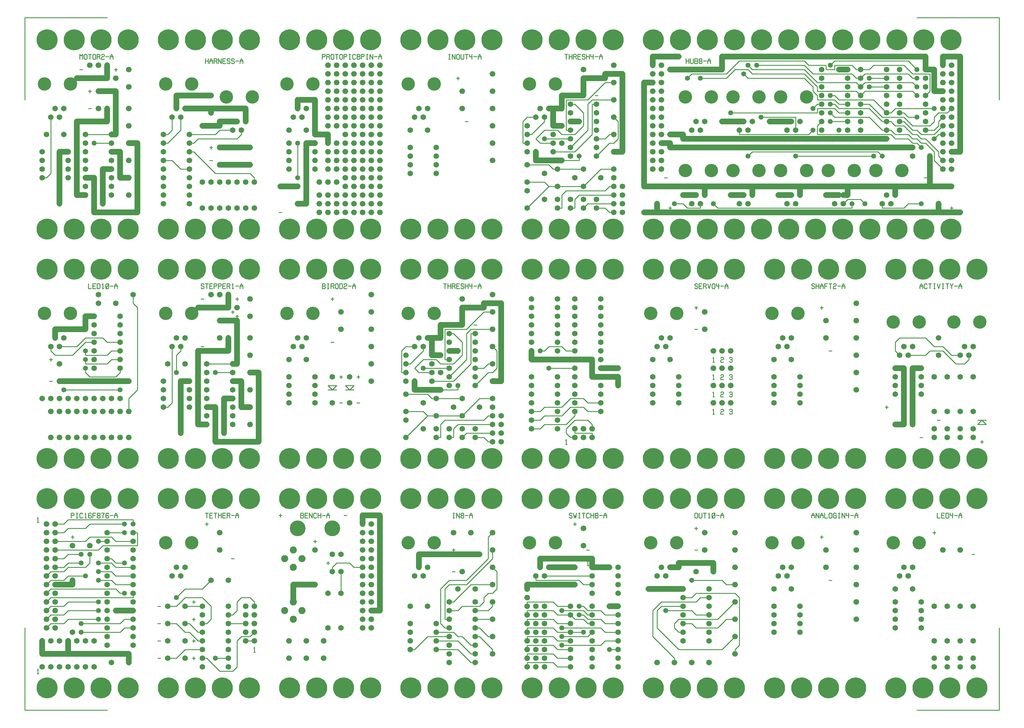
<source format=gtl>
%MOIN*%
%FSLAX25Y25*%
G04 D10 used for Character Trace; *
G04     Circle (OD=.01000) (No hole)*
G04 D11 used for Power Trace; *
G04     Circle (OD=.06700) (No hole)*
G04 D12 used for Signal Trace; *
G04     Circle (OD=.01100) (No hole)*
G04 D13 used for Via; *
G04     Circle (OD=.05800) (Round. Hole ID=.02800)*
G04 D14 used for Component hole; *
G04     Circle (OD=.06500) (Round. Hole ID=.03500)*
G04 D15 used for Component hole; *
G04     Circle (OD=.06600) (Round. Hole ID=.04200)*
G04 D16 used for Component hole; *
G04     Circle (OD=.08200) (Round. Hole ID=.05200)*
G04 D17 used for Component hole; *
G04     Circle (OD=.08950) (Round. Hole ID=.05950)*
G04 D18 used for Component hole; *
G04     Circle (OD=.11600) (Round. Hole ID=.08600)*
G04 D19 used for Component hole; *
G04     Circle (OD=.15500) (Round. Hole ID=.12500)*
G04 D20 used for Component hole; *
G04     Circle (OD=.18200) (Round. Hole ID=.15200)*
G04 D21 used for Component hole; *
G04     Circle (OD=.24300) (Round. Hole ID=.21300)*
%ADD10C,.01000*%
%ADD11C,.06700*%
%ADD12C,.01100*%
%ADD13C,.05800*%
%ADD14C,.06500*%
%ADD15C,.06600*%
%ADD16C,.08200*%
%ADD17C,.08950*%
%ADD18C,.11600*%
%ADD19C,.15500*%
%ADD20C,.18200*%
%ADD21C,.24300*%
%IPPOS*%
%LPD*%
G90*X0Y0D02*D21*X25625Y25625D03*D10*              
X14163Y46914D02*X15000Y47871D01*Y42129D01*        
X14163D02*X15837D01*D14*X50000Y50000D03*X40000D03*
X30000D03*X20000D03*D21*X56875Y25625D03*D14*      
X60000Y50000D03*D11*X20000Y65000D02*X50000D01*    
X20000D02*Y80000D01*D14*D03*X30000D03*D15*        
X35000Y95000D03*X25000D03*D12*X30000Y100000D01*   
X45000D01*X50000Y105000D01*X85000D01*D13*D03*D14* 
X95000Y95000D03*Y115000D03*Y105000D03*D13*        
X85000Y115000D03*D12*X50000D01*X45000Y110000D01*  
X30000D01*X25000Y105000D01*D15*D03*               
X35000Y115000D03*Y105000D03*X25000Y115000D03*D12* 
X30000Y120000D01*X45000D01*X50000Y125000D01*      
X85000D01*D13*D03*D14*X95000Y135000D03*Y125000D03*
D12*X105000Y145000D02*X125000D01*D14*D03*D13*     
X115000Y135000D03*D12*X110000D01*                 
X105000Y140000D01*X30000D01*X25000Y135000D01*D15* 
D03*D12*Y125000D02*X30000Y130000D01*D15*          
X25000Y125000D03*D12*X30000Y130000D02*X125000D01* 
Y135000D01*D14*D03*Y125000D03*D12*                
X105000Y155000D02*X125000D01*D14*D03*Y165000D03*  
D12*X105000D01*X100000Y170000D01*X85000D01*D13*   
D03*X75000Y180000D03*D12*Y170000D01*              
X70000Y165000D01*X50000D01*X45000Y160000D01*      
X30000D01*X25000Y155000D01*D15*D03*D12*Y145000D02*
X30000Y150000D01*D15*X25000Y145000D03*D12*        
X30000Y150000D02*X45000D01*X50000Y155000D01*      
X70000D01*D13*D03*X85000Y150000D03*D12*X100000D01*
X105000Y145000D01*D14*X95000Y155000D03*D12*       
X105000D02*X100000Y160000D01*X85000D01*D13*D03*   
D14*X95000Y165000D03*D12*X105000Y170000D02*       
X100000Y175000D01*X105000Y170000D02*X115000D01*   
D13*D03*D14*X125000Y175000D03*Y185000D03*D12*     
X95000Y175000D02*X100000D01*D14*X95000D03*D12*    
X35000Y185000D02*X85000D01*D15*X35000D03*D12*     
Y175000D02*X45000D01*D15*X35000D03*D12*Y165000D02*
X45000D01*D15*X35000D03*D12*X45000Y175000D02*     
X50000Y180000D01*X65000D01*D13*D03*D15*           
X75000Y190000D03*X55000D03*D13*X65000Y170000D03*  
D12*X50000D01*X45000Y165000D01*D15*               
X35000Y155000D03*D14*X55000Y150000D03*D11*        
Y145000D01*X35000D01*D15*D03*Y135000D03*          
Y125000D03*X25000Y165000D03*Y175000D03*Y185000D03*
D13*X65000Y100000D03*D12*X110000D01*              
X115000Y105000D01*X125000D01*D14*D03*D12*         
X110000Y90000D02*X115000Y95000D01*X65000Y90000D02*
X110000D01*D13*X65000D03*D14*X60000Y80000D03*     
X55000Y90000D03*X70000Y80000D03*X80000D03*        
X50000D03*D11*Y65000D01*X120000D01*Y55000D01*D14* 
D03*X125000Y75000D03*X100000Y55000D03*            
X95000Y75000D03*D21*X88125Y25625D03*D14*          
X125000Y85000D03*D21*X119375Y25625D03*D14*        
X95000Y85000D03*X125000Y95000D03*D12*X115000D01*  
D14*X125000Y115000D03*D11*X105000D01*D14*D03*     
X95000Y145000D03*X70000Y50000D03*X80000D03*       
X40000Y80000D03*X95000Y185000D03*D12*X85000D02*   
X90000Y190000D01*X130000D01*Y205000D01*X125000D01*
D14*D03*D13*X115000Y215000D03*D12*X75000D01*      
X70000Y210000D01*X50000D01*X45000Y205000D01*      
X35000D01*D15*D03*D12*Y215000D02*X45000D01*D15*   
X35000D03*X25000Y205000D03*D12*X45000Y215000D02*  
X50000Y220000D01*X125000D01*Y215000D01*D13*D03*   
X115000Y205000D03*D12*X95000D01*D14*D03*D12*      
X105000Y195000D02*X100000Y200000D01*              
X105000Y195000D02*X125000D01*D14*D03*D12*         
X75000Y200000D02*X100000D01*X70000Y195000D02*     
X75000Y200000D01*X35000Y195000D02*X70000D01*D15*  
X35000D03*X25000D03*D10*X53326Y200000D02*         
X56674D01*X55000Y201914D02*Y198086D01*D15*        
X25000Y215000D03*D10*X14163Y221914D02*            
X15000Y222871D01*Y217129D01*X14163D02*X15837D01*  
X53326Y222129D02*Y227871D01*X55837D01*            
X56674Y226914D01*Y225957D01*X55837Y225000D01*     
X53326D01*X60000Y222129D02*Y227871D01*            
X59163Y222129D02*X60837D01*X59163Y227871D02*      
X60837D01*X66674Y223086D02*X65837Y222129D01*      
X64163D01*X63326Y223086D01*Y226914D01*            
X64163Y227871D01*X65837D01*X66674Y226914D01*      
X69163D02*X70000Y227871D01*Y222129D01*X69163D02*  
X70837D01*X76674Y226914D02*X75837Y227871D01*      
X74163D01*X73326Y226914D01*Y223086D01*            
X74163Y222129D01*X75837D01*X76674Y223086D01*      
Y224043D01*X75837Y225000D01*X74163D01*            
X73326Y224043D01*X78326Y222129D02*Y227871D01*     
X81674D01*X78326Y225000D02*X80837D01*X84163D02*   
X83326Y225957D01*Y226914D01*X84163Y227871D01*     
X85837D01*X86674Y226914D01*Y225957D01*            
X85837Y225000D01*X84163D01*X83326Y224043D01*      
Y223086D01*X84163Y222129D01*X85837D01*            
X86674Y223086D01*Y224043D01*X85837Y225000D01*     
X88326Y227871D02*X91674D01*X90000Y225000D01*      
Y222129D01*X96674Y226914D02*X95837Y227871D01*     
X94163D01*X93326Y226914D01*Y223086D01*            
X94163Y222129D01*X95837D01*X96674Y223086D01*      
Y224043D01*X95837Y225000D01*X94163D01*            
X93326Y224043D01*X98326Y225000D02*X101674D01*     
X103326Y222129D02*Y225000D01*X105000Y227871D01*   
X106674Y225000D01*Y222129D01*X103326Y225000D02*   
X106674D01*D21*X56875Y244375D03*D13*              
X85000Y195000D03*D12*X95000D01*D14*D03*D21*       
X119375Y244375D03*X88125D03*X25625D03*G90*X0Y0D02*
D10*X153326Y60000D02*X156674D01*X153326Y80000D02* 
X156674D01*X153326Y100000D02*X156674D01*          
X153326Y120000D02*X156674D01*D21*X165625Y25625D03*
D14*X165000Y60000D03*D12*X175000D01*              
X185000Y70000D01*X205000D01*D14*D03*D10*          
X193326Y80000D02*X196674D01*X195000Y81914D02*     
Y78086D01*X193326Y60000D02*X196674D01*            
X195000Y61914D02*Y58086D01*D14*X205000Y80000D03*  
D12*X200000D01*X190000Y90000D01*X185000D01*       
X175000Y100000D01*X165000D01*D14*D03*             
X185000Y80000D03*Y120000D03*D12*X205000D01*D14*   
D03*D10*X193326Y125000D02*X196674D01*             
X195000Y126914D02*Y123086D01*D12*                 
X215000Y105000D02*Y120000D01*X210000Y100000D02*   
X215000Y105000D01*X205000Y100000D02*X210000D01*   
D14*X205000D03*D10*X193326Y105000D02*X196674D01*  
X195000Y106914D02*Y103086D01*D12*X200000Y90000D02*
X205000D01*D14*D03*D12*X200000D02*                
X190000Y100000D01*X185000D01*D14*D03*             
X165000Y120000D03*D12*X175000D01*                 
X185000Y130000D01*X205000D01*X215000Y120000D01*   
D14*X205000Y110000D03*X235000Y100000D03*D12*      
X255000D01*D15*D03*X265000Y90000D03*D12*          
X260000Y85000D01*X250000D01*X245000Y80000D01*     
Y50000D01*X240000Y45000D01*X225000D01*            
X210000Y60000D01*X205000D01*D14*D03*Y50000D03*D13*
X220000Y60000D03*D12*X235000D01*D14*D03*Y70000D03*
Y50000D03*D15*X255000Y80000D03*D12*X265000D01*D15*
D03*X255000Y90000D03*D10*X264163Y71914D02*        
X265000Y72871D01*Y67129D01*X264163D02*X265837D01* 
D15*X265000Y100000D03*D14*X235000Y110000D03*D12*  
X240000D01*X245000Y115000D01*Y125000D01*          
X250000Y130000D01*X260000D01*X265000Y125000D01*   
Y120000D01*D15*D03*X255000Y110000D03*Y120000D03*  
X265000Y110000D03*D14*X235000Y150000D03*Y90000D03*
Y120000D03*Y80000D03*X215000Y150000D03*D12*       
X205000Y140000D01*X185000D01*X175000Y130000D01*   
D13*D03*D14*X180000Y155000D03*X170000D03*         
X185000Y165000D03*X175000D03*X165000Y80000D03*D15*
X225000Y185000D03*D19*X192500Y193500D03*          
X162500D03*D10*X238326Y175000D02*X241674D01*D14*  
X185000Y60000D03*D15*X225000Y205000D03*D10*       
X208326Y215000D02*X211674D01*X210000Y216914D02*   
Y213086D01*Y222129D02*Y227871D01*X208326D02*      
X211674D01*X216674Y222129D02*X213326D01*          
Y227871D01*X216674D01*X213326Y225000D02*          
X215837D01*X220000Y222129D02*Y227871D01*          
X218326D02*X221674D01*X223326Y222129D02*          
Y227871D01*X226674Y222129D02*Y227871D01*          
X223326Y225000D02*X226674D01*X231674Y222129D02*   
X228326D01*Y227871D01*X231674D01*                 
X228326Y225000D02*X230837D01*X233326Y222129D02*   
Y227871D01*X235837D01*X236674Y226914D01*          
Y225957D01*X235837Y225000D01*X233326D01*          
X235837D02*X236674Y222129D01*X238326Y225000D02*   
X241674D01*X243326Y222129D02*Y225000D01*          
X245000Y227871D01*X246674Y225000D01*Y222129D01*   
X243326Y225000D02*X246674D01*D21*X196875Y25625D03*
X228125D03*X259375D03*Y244375D03*X228125D03*      
X196875D03*X165625D03*G90*X0Y0D02*D10*            
X293326Y225000D02*X296674D01*X295000Y226914D02*   
Y223086D01*D16*X300000Y115000D03*Y175000D03*D21*  
X305625Y25625D03*D15*X305000Y60000D03*Y80000D03*  
D21*X305625Y244375D03*D16*X310000Y105000D03*      
Y125000D03*D11*Y145000D01*X335000D01*D15*D03*D14* 
X350000Y135000D03*D12*X355000Y160000D02*          
Y165000D01*D14*Y160000D03*D12*Y165000D02*         
X360000Y170000D01*X375000D01*X380000Y165000D01*   
X390000D01*D15*D03*X400000Y155000D03*Y175000D03*  
Y165000D03*X390000Y175000D03*Y155000D03*          
X400000Y185000D03*X390000D03*Y145000D03*          
X400000D03*D14*X365000Y180000D03*Y160000D03*D12*  
Y135000D01*D14*D03*D15*X390000Y115000D03*         
Y125000D03*Y135000D03*Y105000D03*X400000D03*      
Y115000D03*D11*X410000D01*Y225000D01*X390000D01*  
Y215000D01*D15*D03*X400000Y205000D03*Y215000D03*  
X390000Y205000D03*D10*X368326Y225000D02*          
X371674D01*D15*X390000Y195000D03*X400000D03*D21*  
X399375Y244375D03*X368125D03*D14*                 
X355000Y180000D03*D20*Y210000D03*D10*             
X348326Y170000D02*X351674D01*X350000Y171914D02*   
Y168086D01*D21*X336875Y244375D03*D10*             
X333326Y195000D02*X336674D01*X335000Y196914D02*   
Y193086D01*D15*Y185000D03*D10*X318326Y222129D02*  
Y227871D01*X320837D01*X321674Y226914D01*          
Y225957D01*X320837Y225000D01*X321674Y224043D01*   
Y223086D01*X320837Y222129D01*X318326D01*          
Y225000D02*X320837D01*X326674Y222129D02*          
X323326D01*Y227871D01*X326674D01*                 
X323326Y225000D02*X325837D01*X328326Y222129D02*   
Y227871D01*X331674Y222129D01*Y227871D01*          
X336674Y223086D02*X335837Y222129D01*X334163D01*   
X333326Y223086D01*Y226914D01*X334163Y227871D01*   
X335837D01*X336674Y226914D01*X338326Y222129D02*   
Y227871D01*X341674Y222129D02*Y227871D01*          
X338326Y225000D02*X341674D01*X343326D02*          
X346674D01*X348326Y222129D02*Y225000D01*          
X350000Y227871D01*X351674Y225000D01*Y222129D01*   
X348326Y225000D02*X351674D01*D16*                 
X320000Y175000D03*D20*X315000Y210000D03*D15*      
X400000Y135000D03*D16*X310000Y185000D03*          
Y165000D03*D15*X400000Y125000D03*D16*             
X320000Y115000D03*D14*X350000Y95000D03*X365000D03*
D15*X390000D03*X400000D03*X325000Y80000D03*       
X345000D03*X325000Y60000D03*X345000D03*D21*       
X336875Y25625D03*X368125D03*X399375D03*G90*       
X0Y0D02*X445625Y25625D03*D14*X445000Y70000D03*D12*
X450000D01*X465000Y85000D01*X490000D01*D14*D03*   
D12*X500000D02*X495000Y90000D01*X500000Y85000D02* 
X505000D01*X515000Y75000D01*X520000D01*D14*D03*   
D12*X540000Y70000D02*X525000Y85000D01*            
X540000Y65000D02*Y70000D01*D15*Y65000D03*D14*     
X520000Y85000D03*D12*X525000D01*X535000D02*       
X540000D01*D15*D03*D12*X535000D02*                
X525000Y95000D01*X520000D01*D14*D03*Y105000D03*   
D12*X540000D01*D15*D03*D12*X520000Y115000D02*     
X535000D01*D14*X520000D03*D12*X505000Y120000D02*  
X525000D01*X500000Y115000D02*X505000Y120000D01*   
X490000Y115000D02*X500000D01*D14*X490000D03*D12*  
Y125000D02*X495000D01*D14*X490000D03*D12*         
X495000D02*X515000Y145000D01*X540000D01*D15*D03*  
D12*Y135000D02*X545000Y140000D01*                 
X535000Y135000D02*X540000D01*X530000Y130000D02*   
X535000Y135000D01*X530000Y125000D02*Y130000D01*   
X525000Y120000D02*X530000Y125000D01*D14*          
X520000D03*D12*X535000Y115000D02*                 
X540000Y120000D01*Y125000D01*D15*D03*D12*         
X545000Y140000D02*Y160000D01*X540000Y165000D01*   
D15*D03*D12*X510000Y145000D02*X540000Y175000D01*  
X490000Y145000D02*X510000D01*X485000Y140000D02*   
X490000Y145000D01*X485000Y105000D02*Y140000D01*   
Y105000D02*X490000D01*D14*D03*D12*                
X485000Y95000D02*X490000D01*D14*D03*D12*          
X475000Y90000D02*X495000D01*D14*X475000D03*D12*   
X485000Y95000D02*X480000Y100000D01*Y140000D01*    
X490000Y150000D01*X510000D01*X535000Y175000D01*   
Y200000D01*X540000Y205000D01*D15*D03*Y185000D03*  
D12*Y175000D01*D13*X525000Y180000D03*D11*         
X505000D01*D15*D03*D11*X455000D01*Y165000D01*D14* 
D03*X450000Y155000D03*X465000Y165000D03*          
X460000Y155000D03*D19*X472500Y193500D03*          
X442500D03*D15*X495000Y205000D03*D10*             
X493326Y160000D02*X496674D01*X493326Y185000D02*   
X496674D01*X495000Y186914D02*Y183086D01*D14*      
X500000Y140000D03*X445000Y120000D03*X465000D03*   
D15*X505000Y160000D03*D10*X495000Y222129D02*      
Y227871D01*X494163Y222129D02*X495837D01*          
X494163Y227871D02*X495837D01*X498326Y222129D02*   
Y227871D01*X501674Y222129D01*Y227871D01*          
X504163Y225000D02*X503326Y225957D01*Y226914D01*   
X504163Y227871D01*X505837D01*X506674Y226914D01*   
Y225957D01*X505837Y225000D01*X504163D01*          
X503326Y224043D01*Y223086D01*X504163Y222129D01*   
X505837D01*X506674Y223086D01*Y224043D01*          
X505837Y225000D01*X508326D02*X511674D01*          
X513326Y222129D02*Y225000D01*X515000Y227871D01*   
X516674Y225000D01*Y222129D01*X513326Y225000D02*   
X516674D01*D15*X515000Y205000D03*D14*             
X520000Y140000D03*X445000Y100000D03*X475000D03*   
X445000Y90000D03*D21*X508125Y244375D03*X476875D03*
X445625D03*D14*X445000Y80000D03*X475000D03*D12*   
X500000D01*X515000Y65000D01*X520000D01*D14*D03*   
D12*X515000Y55000D02*X520000D01*D14*D03*D12*      
X515000D02*X500000Y70000D01*X475000D01*D14*D03*   
X490000Y55000D03*Y65000D03*Y75000D03*D21*         
X476875Y25625D03*X508125D03*X539375D03*Y244375D03*
G90*X0Y0D02*D15*X580000Y50000D03*D12*Y55000D01*   
X610000D01*X615000Y50000D01*X630000D01*D14*D03*   
Y60000D03*D12*X615000D01*X610000Y65000D01*        
X580000D01*Y60000D01*D15*D03*D14*X590000Y50000D03*
Y70000D03*Y60000D03*D15*X580000Y70000D03*D12*     
Y75000D01*X610000D01*X615000Y70000D01*X630000D01* 
D14*D03*D13*X620000Y75000D03*D12*X665000D01*      
X670000Y80000D01*X685000D01*D14*D03*D13*          
X675000Y70000D03*D12*X685000D01*D14*D03*Y60000D03*
Y90000D03*D12*X670000D01*X665000Y95000D01*        
X620000D01*D13*D03*D12*X615000Y100000D02*         
X630000D01*D14*D03*D12*X635000Y105000D02*         
X645000D01*X650000Y100000D01*X655000D01*D14*D03*  
D12*X650000Y105000D02*X665000D01*                 
X670000Y100000D01*X685000D01*D14*D03*Y110000D03*  
D12*X670000D01*X665000Y115000D01*X650000D01*      
X645000Y120000D01*X640000D01*D13*D03*D12*         
X650000Y110000D02*X645000Y115000D01*              
X650000Y110000D02*X655000D01*D14*D03*D12*         
X650000Y105000D02*X645000Y110000D01*X640000D01*   
D13*D03*D12*X620000Y115000D02*X645000D01*D13*     
X620000D03*D12*X615000Y120000D02*X630000D01*D14*  
D03*Y110000D03*D12*X635000Y105000D01*             
X615000Y110000D02*X630000D01*X615000D02*          
X610000Y115000D01*X580000D01*Y110000D01*D15*D03*  
D12*Y100000D02*Y105000D01*D15*Y100000D03*D12*     
Y105000D02*X610000D01*X615000Y100000D01*Y90000D02*
X610000Y95000D01*X615000Y90000D02*X630000D01*D14* 
D03*D12*X645000D01*D13*D03*D12*X620000Y85000D02*  
X650000D01*D13*X620000D03*D12*X615000Y80000D02*   
X630000D01*D14*D03*D12*X615000D02*                
X610000Y85000D01*X580000D01*Y80000D01*D15*D03*D14*
X590000Y90000D03*Y80000D03*D15*X580000Y90000D03*  
D12*Y95000D01*X610000D01*D14*X600000Y100000D03*   
Y90000D03*Y80000D03*Y110000D03*X590000D03*        
Y100000D03*X600000Y70000D03*D12*X615000Y120000D02*
X610000Y125000D01*X580000D01*Y120000D01*D15*D03*  
D14*X590000D03*D15*X580000Y130000D03*D14*         
X600000Y120000D03*D15*X580000Y140000D03*D11*      
Y145000D01*X635000D01*D14*D03*D12*X645000D02*     
X640000Y150000D01*X645000Y145000D02*X655000D01*   
D14*D03*Y155000D03*D12*X600000D01*D14*D03*        
X605000Y165000D03*D11*X635000D01*D14*D03*D13*     
X625000Y175000D03*D11*X595000D01*Y165000D01*D14*  
D03*X590000Y155000D03*D12*Y150000D01*X640000D01*  
D14*X655000Y135000D03*Y165000D03*D11*X675000D01*  
D13*D03*D14*X685000Y155000D03*Y165000D03*D11*     
X655000D02*Y175000D01*D10*X649163Y171914D02*      
X650000Y172871D01*Y167129D01*X649163D02*          
X650837D01*D11*X625000Y175000D02*X655000D01*D15*  
X645000Y190000D03*D19*X612500Y193500D03*D10*      
X648326Y185000D02*X651674D01*D15*                 
X645000Y210000D03*D19*X582500Y193500D03*D10*      
X633326Y215000D02*X636674D01*X635000Y216914D02*   
Y213086D01*X631674Y226914D02*X630837Y227871D01*   
X629163D01*X628326Y226914D01*Y225957D01*          
X629163Y225000D01*X630837D01*X631674Y224043D01*   
Y223086D01*X630837Y222129D01*X629163D01*          
X628326Y223086D01*X633326Y227871D02*              
X634163Y222129D01*X635000Y225000D01*              
X635837Y222129D01*X636674Y227871D01*              
X640000Y222129D02*Y227871D01*X639163Y222129D02*   
X640837D01*X639163Y227871D02*X640837D01*          
X645000Y222129D02*Y227871D01*X643326D02*          
X646674D01*X651674Y223086D02*X650837Y222129D01*   
X649163D01*X648326Y223086D01*Y226914D01*          
X649163Y227871D01*X650837D01*X651674Y226914D01*   
X653326Y222129D02*Y227871D01*X656674Y222129D02*   
Y227871D01*X653326Y225000D02*X656674D01*          
X659163D02*X658326Y225957D01*Y226914D01*          
X659163Y227871D01*X660837D01*X661674Y226914D01*   
Y225957D01*X660837Y225000D01*X659163D01*          
X658326Y224043D01*Y223086D01*X659163Y222129D01*   
X660837D01*X661674Y223086D01*Y224043D01*          
X660837Y225000D01*X663326D02*X666674D01*          
X668326Y222129D02*Y225000D01*X670000Y227871D01*   
X671674Y225000D01*Y222129D01*X668326Y225000D02*   
X671674D01*D14*X655000Y120000D03*D13*X675000D03*  
D11*X685000D01*D14*D03*Y135000D03*Y145000D03*     
X655000Y90000D03*D12*X650000Y85000D01*D14*        
X655000Y80000D03*Y70000D03*Y60000D03*             
X685000Y50000D03*X655000D03*X600000Y60000D03*     
Y50000D03*D21*X616875Y25625D03*X648125D03*        
X679375D03*X585625D03*X679375Y244375D03*          
X648125D03*X616875D03*X585625D03*G90*X0Y0D02*D13* 
X720000Y140000D03*D11*X760000D01*D14*D03*D12*     
Y130000D02*X770000D01*D14*X760000D03*D12*         
X770000D02*X775000Y135000D01*X820000D01*          
X825000Y130000D01*Y75000D01*X820000Y70000D01*     
Y65000D01*D15*D03*D12*X755000Y70000D02*X805000D01*
X755000D02*X730000Y95000D01*Y115000D01*           
X735000Y120000D01*X760000D01*D14*D03*D12*         
X775000Y110000D02*X770000Y115000D01*              
X775000Y110000D02*X790000D01*D14*D03*D12*         
X755000Y105000D02*X800000D01*X750000Y100000D02*   
X755000Y105000D01*X750000Y95000D02*Y100000D01*    
X755000Y90000D02*X750000Y95000D01*                
X755000Y90000D02*X760000D01*D14*D03*D12*          
X775000Y95000D02*X770000Y100000D01*               
X775000Y95000D02*X800000D01*X810000Y105000D01*    
X820000D01*D15*D03*Y125000D03*D12*                
X800000Y105000D01*D14*X790000Y100000D03*Y90000D03*
Y120000D03*D15*X820000Y85000D03*D12*              
X805000Y70000D01*D15*X790000Y55000D03*D14*        
Y80000D03*D12*X760000Y100000D02*X770000D01*D14*   
X760000D03*Y110000D03*D12*X740000Y115000D02*      
X770000D01*D13*X740000D03*D12*X725000D02*         
X735000Y125000D01*X725000Y85000D02*Y115000D01*    
X750000Y60000D02*X725000Y85000D01*                
X750000Y55000D02*Y60000D01*D15*Y55000D03*         
X770000D03*X730000D03*D14*X760000Y80000D03*D21*   
X725625Y25625D03*X756875D03*X788125D03*X819375D03*
D12*X735000Y125000D02*X775000D01*D14*             
X740000Y155000D03*X730000D03*D13*                 
X770000Y150000D03*D12*X805000D01*                 
X810000Y145000D01*X820000D01*D15*D03*Y165000D03*  
D11*X795000Y160000D02*Y170000D01*D14*Y160000D03*  
D11*X755000Y170000D02*X795000D01*                 
X755000Y165000D02*Y170000D01*X745000Y165000D02*   
X755000D01*D14*X745000D03*X735000D03*             
X775000Y160000D03*D19*X752500Y193500D03*D10*      
X773326Y185000D02*X776674D01*D19*                 
X722500Y193500D03*D12*X775000Y125000D02*          
X780000Y130000D01*X790000D01*D14*D03*Y140000D03*  
D15*X820000Y185000D03*X785000D03*                 
X820000Y205000D03*X785000D03*D10*                 
X773326Y210000D02*X776674D01*X775000Y211914D02*   
Y208086D01*X776674Y223086D02*X775837Y222129D01*   
X774163D01*X773326Y223086D01*Y226914D01*          
X774163Y227871D01*X775837D01*X776674Y226914D01*   
Y223086D01*X781674Y227871D02*Y223086D01*          
X780837Y222129D01*X779163D01*X778326Y223086D01*   
Y227871D01*X785000Y222129D02*Y227871D01*          
X783326D02*X786674D01*X789163Y226914D02*          
X790000Y227871D01*Y222129D01*X789163D02*          
X790837D01*X796674Y223086D02*X795837Y222129D01*   
X794163D01*X793326Y223086D01*Y226914D01*          
X794163Y227871D01*X795837D01*X796674Y226914D01*   
Y223086D01*X793326Y222129D02*X796674Y227871D01*   
X798326Y225000D02*X801674D01*X803326Y222129D02*   
Y225000D01*X805000Y227871D01*X806674Y225000D01*   
Y222129D01*X803326Y225000D02*X806674D01*D21*      
X819375Y244375D03*X788125D03*X756875D03*          
X725625D03*G90*X0Y0D02*X865625Y25625D03*D14*      
X865000Y90000D03*Y100000D03*Y110000D03*Y120000D03*
Y140000D03*D19*X862500Y193500D03*D21*             
X865625Y244375D03*D14*X870000Y155000D03*          
X875000Y165000D03*X880000Y155000D03*              
X885000Y140000D03*Y165000D03*D19*                 
X892500Y193500D03*D21*X896875Y25625D03*D14*       
X895000Y90000D03*Y100000D03*Y110000D03*Y120000D03*
D21*X896875Y244375D03*D10*X908326Y222129D02*      
Y225000D01*X910000Y227871D01*X911674Y225000D01*   
Y222129D01*X908326Y225000D02*X911674D01*          
X913326Y222129D02*Y227871D01*X916674Y222129D01*   
Y227871D01*X918326Y222129D02*Y225000D01*          
X920000Y227871D01*X921674Y225000D01*Y222129D01*   
X918326Y225000D02*X921674D01*X923326Y227871D02*   
Y222129D01*X926674D01*X931674Y223086D02*          
X930837Y222129D01*X929163D01*X928326Y223086D01*   
Y226914D01*X929163Y227871D01*X930837D01*          
X931674Y226914D01*Y223086D01*X936674D02*          
X935837Y222129D01*X934163D01*X933326Y223086D01*   
Y226914D01*X934163Y227871D01*X935837D01*          
X936674Y226914D01*X935000Y225000D02*X936674D01*   
Y222129D01*X940000D02*Y227871D01*                 
X939163Y222129D02*X940837D01*X939163Y227871D02*   
X940837D01*X943326Y222129D02*Y227871D01*          
X946674Y222129D01*Y227871D01*X950837D02*          
Y222129D01*X948326Y227871D02*Y225000D01*          
X951674D01*X953326D02*X956674D01*                 
X958326Y222129D02*Y225000D01*X960000Y227871D01*   
X961674Y225000D01*Y222129D01*X958326Y225000D02*   
X961674D01*X918326Y200000D02*X921674D01*          
X920000Y201914D02*Y198086D01*D15*                 
X925000Y165000D03*Y185000D03*D21*X928125Y25625D03*
D10*X928326Y150000D02*X931674D01*D21*             
X928125Y244375D03*X959375Y25625D03*D15*           
X960000Y105000D03*Y125000D03*Y145000D03*          
Y165000D03*Y185000D03*Y205000D03*D21*             
X959375Y244375D03*G90*X0Y0D02*X1005625Y25625D03*  
D14*X1005000Y95000D03*Y105000D03*Y115000D03*      
Y125000D03*Y140000D03*D19*X1002500Y193500D03*D21* 
X1005625Y244375D03*D14*X1010000Y155000D03*        
X1015000Y165000D03*X1020000Y155000D03*            
X1025000Y140000D03*Y165000D03*D19*                
X1032500Y193500D03*D21*X1036875Y25625D03*D14*     
X1035000Y95000D03*Y105000D03*Y115000D03*          
Y125000D03*D21*X1036875Y244375D03*D14*            
X1050000Y50000D03*Y60000D03*Y80000D03*Y120000D03* 
D10*X1048326Y205000D02*X1051674D01*               
X1050000Y206914D02*Y203086D01*X1053326Y227871D02* 
Y222129D01*X1056674D01*X1061674D02*X1058326D01*   
Y227871D01*X1061674D01*X1058326Y225000D02*        
X1060837D01*X1063326Y222129D02*Y227871D01*        
X1065837D01*X1066674Y226914D01*Y223086D01*        
X1065837Y222129D01*X1063326D01*X1070837Y227871D02*
Y222129D01*X1068326Y227871D02*Y225000D01*         
X1071674D01*X1073326D02*X1076674D01*              
X1078326Y222129D02*Y225000D01*X1080000Y227871D01* 
X1081674Y225000D01*Y222129D01*X1078326Y225000D02* 
X1081674D01*D15*X1060000Y185000D03*D14*           
X1065000Y50000D03*Y60000D03*Y80000D03*Y120000D03* 
D21*X1068125Y25625D03*Y244375D03*D14*             
X1080000Y50000D03*Y60000D03*Y80000D03*Y120000D03* 
D15*Y185000D03*D14*X1095000Y50000D03*Y60000D03*   
Y80000D03*Y120000D03*D10*X1093326Y180000D02*      
X1096674D01*D21*X1099375Y25625D03*Y244375D03*G90* 
X0Y0D02*X119375Y290625D03*X88125D03*X56875D03*    
X25625D03*D15*X120000Y315000D03*X110000D03*       
X100000D03*X90000D03*X80000D03*X70000D03*         
X60000D03*X50000D03*X40000D03*X30000D03*          
X120000Y345000D03*D12*Y360000D01*                 
X130000Y370000D01*Y465000D01*X125000Y470000D01*   
Y480000D01*D14*D03*X105000Y470000D03*             
X110000Y455000D03*D21*X119375Y509375D03*X88125D03*
D14*X110000Y445000D03*X85000Y480000D03*Y470000D03*
X80000Y435000D03*X110000D03*X80000Y455000D03*D11* 
X70000D01*Y440000D01*X35000D01*Y430000D01*D14*D03*
X30000Y420000D03*D12*Y415000D01*X35000Y410000D01* 
X55000D01*X70000Y425000D01*X80000D01*D14*D03*D13* 
X70000Y415000D03*D12*Y410000D01*X95000D01*        
X100000Y415000D01*X110000D01*D14*D03*D12*         
X95000Y400000D02*X100000Y405000D01*               
X70000Y400000D02*X95000D01*X70000D02*Y405000D01*  
D13*D03*D14*X80000Y395000D03*Y415000D03*          
Y405000D03*D13*X70000Y395000D03*D12*Y390000D01*   
X75000Y385000D01*X105000D01*X110000Y390000D01*    
Y395000D01*D14*D03*D12*X100000Y405000D02*         
X110000D01*D14*D03*Y425000D03*D12*X95000D01*      
X90000Y430000D01*X70000D01*X60000Y420000D01*      
X40000D01*D14*D03*X45000Y430000D03*D10*           
X28326Y405000D02*X31674D01*X30000Y406914D02*      
Y403086D01*D15*X40000Y400000D03*D19*              
X52500Y458500D03*D10*X28326Y380000D02*X31674D01*  
D15*X40000D03*D11*X120000D01*D14*D03*D13*         
X110000Y370000D03*D12*X45000D01*D13*D03*D14*      
X40000Y360000D03*X50000D03*X60000D03*X30000D03*   
D15*X70000Y345000D03*X30000D03*D14*               
X70000Y360000D03*D15*X40000Y345000D03*X50000D03*  
D14*X20000Y360000D03*D15*X60000Y345000D03*        
X80000D03*D14*Y360000D03*D15*X90000Y345000D03*D14*
Y360000D03*D15*X100000Y345000D03*D14*Y360000D03*  
D15*X110000Y345000D03*D14*Y360000D03*             
X80000Y445000D03*D19*X22500Y458500D03*D10*        
X73326Y492871D02*Y487129D01*X76674D01*X81674D02*  
X78326D01*Y492871D01*X81674D01*X78326Y490000D02*  
X80837D01*X83326Y487129D02*Y492871D01*X85837D01*  
X86674Y491914D01*Y488086D01*X85837Y487129D01*     
X83326D01*X89163Y491914D02*X90000Y492871D01*      
Y487129D01*X89163D02*X90837D01*X96674Y488086D02*  
X95837Y487129D01*X94163D01*X93326Y488086D01*      
Y491914D01*X94163Y492871D01*X95837D01*            
X96674Y491914D01*Y488086D01*X93326Y487129D02*     
X96674Y492871D01*X98326Y490000D02*X101674D01*     
X103326Y487129D02*Y490000D01*X105000Y492871D01*   
X106674Y490000D01*Y487129D01*X103326Y490000D02*   
X106674D01*D21*X56875Y509375D03*X25625D03*G90*    
X0Y0D02*X259375Y290625D03*X228125D03*X196875D03*  
X165625D03*D11*X220000Y310000D02*X270000D01*      
X220000D02*Y350000D01*X210000D01*D14*D03*         
Y360000D03*Y340000D03*X190000Y370000D03*          
Y360000D03*D11*X200000Y330000D02*X210000D01*D14*  
D03*D11*X200000D02*Y415000D01*X235000D01*         
Y430000D01*D13*D03*D15*X225000D03*D11*            
X245000Y400000D02*Y450000D01*X240000Y400000D02*   
X245000D01*D14*X240000D03*D12*X210000D01*D14*D03* 
D13*X220000Y390000D03*D12*X240000D01*D14*D03*D11* 
X250000Y350000D02*Y380000D01*Y350000D02*          
X260000D01*D15*D03*D14*X240000Y370000D03*         
Y330000D03*Y360000D03*D11*X230000D01*Y320000D01*  
D13*D03*D14*X240000Y340000D03*Y350000D03*D15*     
X260000Y330000D03*D14*X190000Y350000D03*D11*      
X270000Y310000D02*Y390000D01*X260000D01*D15*D03*  
D11*X240000Y380000D02*X250000D01*D14*X240000D03*  
D15*X260000Y370000D03*Y410000D03*D14*             
X210000Y390000D03*Y380000D03*Y370000D03*D10*      
X203326Y420000D02*X206674D01*D15*                 
X260000Y430000D03*D14*X190000Y380000D03*D11*      
X180000D01*Y320000D01*D13*D03*D12*                
X160000Y350000D02*X165000D01*D14*X160000D03*D12*  
X165000D02*X170000Y355000D01*Y420000D01*D14*D03*  
D12*X175000Y410000D02*X180000Y415000D01*          
X175000Y390000D02*Y410000D01*D13*Y390000D03*D14*  
X185000Y400000D03*X165000D03*X160000Y380000D03*   
Y370000D03*D12*X180000Y415000D02*Y420000D01*D14*  
D03*X185000Y430000D03*X175000D03*D19*             
X192500Y458500D03*X162500D03*D15*                 
X205000Y465000D03*D11*X200000D01*X205000D02*      
X235000D01*Y480000D01*D15*D03*D10*                
X243326Y475000D02*X246674D01*X245000Y476914D02*   
Y473086D01*D15*X225000Y480000D03*                 
X245000Y465000D03*X215000Y480000D03*D10*          
X238326Y460000D02*X241674D01*X240000Y461914D02*   
Y458086D01*D15*X260000Y455000D03*Y475000D03*D10*  
X243326Y455000D02*X246674D01*X245000Y456914D02*   
Y453086D01*D21*X259375Y509375D03*D10*             
X206674Y491914D02*X205837Y492871D01*X204163D01*   
X203326Y491914D01*Y490957D01*X204163Y490000D01*   
X205837D01*X206674Y489043D01*Y488086D01*          
X205837Y487129D01*X204163D01*X203326Y488086D01*   
X210000Y487129D02*Y492871D01*X208326D02*          
X211674D01*X216674Y487129D02*X213326D01*          
Y492871D01*X216674D01*X213326Y490000D02*          
X215837D01*X218326Y487129D02*Y492871D01*          
X220837D01*X221674Y491914D01*Y490957D01*          
X220837Y490000D01*X218326D01*X223326Y487129D02*   
Y492871D01*X225837D01*X226674Y491914D01*          
Y490957D01*X225837Y490000D01*X223326D01*          
X231674Y487129D02*X228326D01*Y492871D01*          
X231674D01*X228326Y490000D02*X230837D01*          
X233326Y487129D02*Y492871D01*X235837D01*          
X236674Y491914D01*Y490957D01*X235837Y490000D01*   
X233326D01*X235837D02*X236674Y487129D01*          
X239163Y491914D02*X240000Y492871D01*Y487129D01*   
X239163D02*X240837D01*X243326Y490000D02*          
X246674D01*X248326Y487129D02*Y490000D01*          
X250000Y492871D01*X251674Y490000D01*Y487129D01*   
X248326Y490000D02*X251674D01*D15*                 
X225000Y450000D03*D11*X245000D01*D10*             
X203326Y475000D02*X206674D01*D21*                 
X228125Y509375D03*X196875D03*X165625D03*D14*      
X160000Y360000D03*G90*X0Y0D02*D21*                
X305625Y290625D03*X336875D03*D14*                 
X355000Y355000D03*X335000D03*X305000D03*          
X335000Y365000D03*X305000D03*D10*                 
X363326Y355000D02*X366674D01*D12*                 
X370000Y370000D02*X375000D01*X380000D01*          
X375000D02*X380000Y375000D01*X375000Y370000D02*   
X370000Y375000D01*X380000D01*D10*                 
X383326Y385000D02*X386674D01*X385000Y386914D02*   
Y383086D01*D14*X375000Y385000D03*D10*X363326D02*  
X366674D01*X365000Y386914D02*Y383086D01*D14*      
X375000Y355000D03*D12*X355000Y370000D02*          
X360000Y375000D01*X350000Y370000D02*X355000D01*   
X360000D01*X350000Y375000D02*X360000D01*          
X355000Y370000D02*X350000Y375000D01*D14*          
X355000Y385000D03*X335000D03*Y375000D03*D10*      
X383326Y355000D02*X386674D01*D14*                 
X325000Y405000D03*D15*X400000Y380000D03*          
Y400000D03*Y420000D03*D14*X305000Y405000D03*      
Y385000D03*Y375000D03*X320000Y420000D03*          
X310000D03*D10*X353326Y425000D02*X356674D01*D14*  
X325000Y430000D03*X315000D03*D15*                 
X400000Y440000D03*X365000D03*D21*                 
X368125Y290625D03*X399375D03*D15*                 
X400000Y460000D03*X365000D03*D19*                 
X332500Y458500D03*X302500D03*D10*                 
X353326Y475000D02*X356674D01*X355000Y476914D02*   
Y473086D01*D15*X400000Y480000D03*D10*             
X343326Y487129D02*Y492871D01*X345837D01*          
X346674Y491914D01*Y490957D01*X345837Y490000D01*   
X346674Y489043D01*Y488086D01*X345837Y487129D01*   
X343326D01*Y490000D02*X345837D01*                 
X350000Y487129D02*Y492871D01*X349163Y487129D02*   
X350837D01*X349163Y492871D02*X350837D01*          
X353326Y487129D02*Y492871D01*X355837D01*          
X356674Y491914D01*Y490957D01*X355837Y490000D01*   
X353326D01*X355837D02*X356674Y487129D01*          
X361674Y488086D02*X360837Y487129D01*X359163D01*   
X358326Y488086D01*Y491914D01*X359163Y492871D01*   
X360837D01*X361674Y491914D01*Y488086D01*          
X363326Y487129D02*Y492871D01*X365837D01*          
X366674Y491914D01*Y488086D01*X365837Y487129D01*   
X363326D01*X368326Y491914D02*X369163Y492871D01*   
X370837D01*X371674Y491914D01*Y490957D01*          
X370837Y490000D01*X369163D01*X368326Y489043D01*   
Y487129D01*X371674D01*X373326Y490000D02*          
X376674D01*X378326Y487129D02*Y490000D01*          
X380000Y492871D01*X381674Y490000D01*Y487129D01*   
X378326Y490000D02*X381674D01*D21*                 
X399375Y509375D03*X368125D03*X336875D03*          
X305625D03*G90*X0Y0D02*D12*X435000Y390000D02*     
X440000D01*D14*D03*D12*X435000D02*Y415000D01*     
X440000Y420000D01*X450000D01*D14*D03*             
X440000Y410000D03*D12*X445000Y400000D02*          
X460000Y415000D01*X440000Y400000D02*X445000D01*   
D14*X440000D03*D12*X455000Y390000D02*             
X450000Y395000D01*X455000Y390000D02*X470000D01*   
D14*D03*D12*X480000Y400000D02*X495000D01*         
X505000Y410000D01*Y425000D01*X495000Y435000D01*   
X490000D01*D14*D03*D12*X485000Y405000D02*         
Y440000D01*Y405000D02*X490000D01*D14*D03*D13*     
X500000Y415000D03*D11*X490000D01*D14*D03*         
Y425000D03*X480000Y410000D03*D11*X470000D01*D14*  
D03*D11*Y430000D01*X465000D01*D14*D03*D11*        
X470000D02*X480000D01*Y445000D01*X505000D01*      
Y455000D01*D15*D03*D11*Y465000D01*X530000D01*     
Y470000D01*X550000D01*Y380000D01*X540000D01*D15*  
D03*D12*X535000Y390000D02*X540000D01*             
X520000Y375000D02*X535000Y390000D01*D14*          
X520000Y375000D03*Y385000D03*X505000Y360000D03*   
D12*X475000D01*D14*D03*D12*X470000D01*            
X465000Y365000D01*X440000D01*D14*D03*D11*         
X450000Y370000D02*X480000D01*D13*D03*D12*         
X500000D01*Y375000D01*D13*D03*D12*                
X470000Y380000D02*X495000D01*D14*X470000D03*      
X480000Y390000D03*D13*X460000Y395000D03*D12*      
X490000D01*D14*D03*D12*X480000Y400000D02*         
X475000Y405000D01*X460000D01*X450000Y395000D01*   
D14*X440000Y380000D03*D13*X450000D03*D11*         
Y370000D01*D14*X460000Y355000D03*                 
X440000Y345000D03*D12*X460000D01*                 
X465000Y340000D01*X440000Y315000D01*D14*D03*      
Y335000D03*X460000Y325000D03*D12*                 
X465000Y340000D02*X475000D01*D14*D03*D12*         
X505000D01*D14*D03*D12*X525000Y360000D01*         
X540000D01*D14*D03*Y350000D03*X525000D03*D12*     
X530000Y335000D02*X535000Y340000D01*              
X485000Y335000D02*X530000D01*X480000Y330000D02*   
X485000Y335000D01*X480000Y315000D02*Y330000D01*   
X475000Y315000D02*X480000D01*D14*X475000D03*      
Y325000D03*X490000Y315000D03*D12*X495000D01*      
Y325000D01*X500000Y330000D01*X540000D01*D14*D03*  
X550000Y320000D03*Y340000D03*Y330000D03*          
X540000Y340000D03*D12*X535000D01*D14*             
X520000Y325000D03*X540000Y320000D03*D12*          
X510000D01*X505000Y315000D01*D14*D03*Y325000D03*  
X490000D03*X520000Y315000D03*D12*X530000D01*      
X535000Y310000D01*X540000D01*D14*D03*X550000D03*  
D21*X539375Y290625D03*X508125D03*D14*             
X495000Y350000D03*D21*X476875Y290625D03*D14*      
X490000Y375000D03*D12*X495000Y380000D02*          
X515000Y400000D01*Y435000D01*X520000D01*D14*D03*  
D12*X510000D02*X515000Y440000D01*                 
X510000Y405000D02*Y435000D01*X490000Y385000D02*   
X510000Y405000D01*D14*X490000Y385000D03*          
X470000Y400000D03*X520000Y415000D03*D12*          
X460000D02*Y420000D01*D14*D03*X455000Y430000D03*  
D12*X485000Y440000D02*X510000D01*                 
X530000Y460000D01*X540000D01*D15*D03*Y480000D03*  
Y440000D03*D12*X515000D01*D10*X518326Y445000D02*  
X521674D01*D14*X520000Y425000D03*D15*             
X540000Y420000D03*D12*X545000Y415000D01*          
Y395000D01*X540000Y390000D01*X520000Y395000D02*   
X530000D01*D14*X520000D03*D12*X530000D02*         
X535000Y400000D01*X540000D01*D15*D03*D14*         
X520000Y405000D03*D19*X472500Y458500D03*D15*      
X505000Y475000D03*D10*X485000Y487129D02*          
Y492871D01*X483326D02*X486674D01*                 
X488326Y487129D02*Y492871D01*X491674Y487129D02*   
Y492871D01*X488326Y490000D02*X491674D01*          
X493326Y487129D02*Y492871D01*X495837D01*          
X496674Y491914D01*Y490957D01*X495837Y490000D01*   
X493326D01*X495837D02*X496674Y487129D01*          
X501674D02*X498326D01*Y492871D01*X501674D01*      
X498326Y490000D02*X500837D01*X506674Y491914D02*   
X505837Y492871D01*X504163D01*X503326Y491914D01*   
Y490957D01*X504163Y490000D01*X505837D01*          
X506674Y489043D01*Y488086D01*X505837Y487129D01*   
X504163D01*X503326Y488086D01*X508326Y487129D02*   
Y492871D01*X511674Y487129D02*Y492871D01*          
X508326Y490000D02*X511674D01*X515837Y492871D02*   
Y487129D01*X513326Y492871D02*Y490000D01*          
X516674D01*X518326D02*X521674D01*                 
X523326Y487129D02*Y490000D01*X525000Y492871D01*   
X526674Y490000D01*Y487129D01*X523326Y490000D02*   
X526674D01*D19*X442500Y458500D03*D21*             
X445625Y290625D03*X539375Y509375D03*X508125D03*   
X476875D03*X445625D03*G90*X0Y0D02*                
X585625Y290625D03*D14*X585000Y325000D03*D12*      
X595000D01*X600000Y330000D01*X625000D01*          
X635000Y340000D01*Y345000D01*D14*D03*D12*         
X620000Y340000D02*X630000Y350000D01*              
X600000Y340000D02*X620000D01*X595000Y335000D02*   
X600000Y340000D01*X585000Y335000D02*X595000D01*   
D14*X585000D03*D12*Y345000D02*X595000D01*D14*     
X585000D03*D12*X595000D02*X600000Y350000D01*      
X620000D01*X630000Y360000D01*X645000D01*          
X650000Y355000D01*X665000D01*D14*D03*Y365000D03*  
Y345000D03*D12*X650000D01*X645000Y350000D01*      
X630000D01*D14*X635000Y355000D03*                 
X615000Y365000D03*Y335000D03*X635000Y365000D03*   
X615000Y355000D03*Y345000D03*D12*                 
X625000Y325000D02*X635000Y335000D01*              
X625000Y320000D02*Y325000D01*X630000Y315000D02*   
X625000Y320000D01*X630000Y315000D02*X635000D01*   
D15*D03*D12*Y320000D02*X655000D01*Y315000D01*D15* 
D03*X645000Y325000D03*X655000D03*D12*Y330000D01*  
X650000Y335000D01*X635000D01*D15*Y325000D03*D12*  
Y320000D01*D10*X624163Y311914D02*                 
X625000Y312871D01*Y307129D01*X624163D02*          
X625837D01*D15*X645000Y315000D03*D14*             
X615000Y325000D03*D21*X616875Y290625D03*          
X648125D03*X679375D03*D14*X585000Y365000D03*      
Y355000D03*X685000Y375000D03*D11*Y385000D01*      
X665000D01*D14*D03*D11*X655000D01*Y405000D01*     
X635000D01*D14*D03*D11*X615000D01*D14*D03*D11*    
X585000D01*Y415000D01*D14*D03*D13*X595000D03*D12* 
X600000D01*X605000Y420000D01*X620000D01*          
X625000Y415000D01*X635000D01*D14*D03*Y425000D03*  
X615000Y435000D03*Y425000D03*X635000Y435000D03*   
X615000Y415000D03*X635000Y395000D03*D12*          
X605000D01*D13*D03*D14*X615000Y385000D03*         
X585000Y375000D03*Y385000D03*X615000Y375000D03*   
X635000D03*Y385000D03*X585000Y425000D03*          
Y435000D03*X635000Y445000D03*X615000D03*          
X585000D03*X665000Y455000D03*X635000D03*          
X665000Y375000D03*X615000Y455000D03*              
X665000Y395000D03*D11*X685000D01*D14*D03*         
X665000Y415000D03*Y405000D03*Y425000D03*          
Y435000D03*Y445000D03*X615000Y465000D03*          
X665000D03*X635000D03*X665000Y475000D03*          
X635000D03*X615000D03*X585000D03*Y465000D03*      
Y455000D03*D21*X679375Y509375D03*X648125D03*      
X616875D03*X585625D03*G90*X0Y0D02*                
X725625Y290625D03*D14*X725000Y355000D03*          
Y365000D03*Y375000D03*Y385000D03*Y405000D03*D19*  
X722500Y458500D03*D21*X725625Y509375D03*D14*      
X730000Y420000D03*X735000Y430000D03*              
X740000Y420000D03*X745000Y405000D03*Y430000D03*   
D19*X752500Y458500D03*D21*X756875Y290625D03*D14*  
X755000Y355000D03*Y365000D03*Y375000D03*          
Y385000D03*D21*X756875Y509375D03*D10*             
X773326Y440000D02*X776674D01*X773326Y465000D02*   
X776674D01*X775000Y466914D02*Y463086D01*          
X776674Y491914D02*X775837Y492871D01*X774163D01*   
X773326Y491914D01*Y490957D01*X774163Y490000D01*   
X775837D01*X776674Y489043D01*Y488086D01*          
X775837Y487129D01*X774163D01*X773326Y488086D01*   
X781674Y487129D02*X778326D01*Y492871D01*          
X781674D01*X778326Y490000D02*X780837D01*          
X783326Y487129D02*Y492871D01*X785837D01*          
X786674Y491914D01*Y490957D01*X785837Y490000D01*   
X783326D01*X785837D02*X786674Y487129D01*          
X788326Y492871D02*X790000Y487129D01*              
X791674Y492871D01*X796674Y488086D02*              
X795837Y487129D01*X794163D01*X793326Y488086D01*   
Y491914D01*X794163Y492871D01*X795837D01*          
X796674Y491914D01*Y488086D01*X800837Y492871D02*   
Y487129D01*X798326Y492871D02*Y490000D01*          
X801674D01*X803326D02*X806674D01*                 
X808326Y487129D02*Y490000D01*X810000Y492871D01*   
X811674Y490000D01*Y487129D01*X808326Y490000D02*   
X811674D01*D15*X785000Y440000D03*Y460000D03*D21*  
X788125Y290625D03*Y509375D03*D10*                 
X794163Y346914D02*X795000Y347871D01*Y342129D01*   
X794163D02*X795837D01*D15*X795000Y355000D03*D10*  
X794163Y366914D02*X795000Y367871D01*Y362129D01*   
X794163D02*X795837D01*D15*X795000Y375000D03*D10*  
X794163Y386914D02*X795000Y387871D01*Y382129D01*   
X794163D02*X795837D01*D15*X795000Y395000D03*D10*  
X794163Y406914D02*X795000Y407871D01*Y402129D01*   
X794163D02*X795837D01*D15*X795000Y415000D03*D10*  
X803326Y346914D02*X804163Y347871D01*X805837D01*   
X806674Y346914D01*Y345957D01*X805837Y345000D01*   
X804163D01*X803326Y344043D01*Y342129D01*          
X806674D01*D15*X805000Y355000D03*D10*             
X803326Y366914D02*X804163Y367871D01*X805837D01*   
X806674Y366914D01*Y365957D01*X805837Y365000D01*   
X804163D01*X803326Y364043D01*Y362129D01*          
X806674D01*D15*X805000Y375000D03*D10*             
X803326Y386914D02*X804163Y387871D01*X805837D01*   
X806674Y386914D01*Y385957D01*X805837Y385000D01*   
X804163D01*X803326Y384043D01*Y382129D01*          
X806674D01*D15*X805000Y395000D03*D10*             
X803326Y406914D02*X804163Y407871D01*X805837D01*   
X806674Y406914D01*Y405957D01*X805837Y405000D01*   
X804163D01*X803326Y404043D01*Y402129D01*          
X806674D01*D15*X805000Y415000D03*D10*             
X813326Y346914D02*X814163Y347871D01*X815837D01*   
X816674Y346914D01*Y345957D01*X815837Y345000D01*   
X814163D01*X815837D02*X816674Y344043D01*          
Y343086D01*X815837Y342129D01*X814163D01*          
X813326Y343086D01*D15*X815000Y355000D03*D10*      
X813326Y366914D02*X814163Y367871D01*X815837D01*   
X816674Y366914D01*Y365957D01*X815837Y365000D01*   
X814163D01*X815837D02*X816674Y364043D01*          
Y363086D01*X815837Y362129D01*X814163D01*          
X813326Y363086D01*D15*X815000Y375000D03*D10*      
X813326Y386914D02*X814163Y387871D01*X815837D01*   
X816674Y386914D01*Y385957D01*X815837Y385000D01*   
X814163D01*X815837D02*X816674Y384043D01*          
Y383086D01*X815837Y382129D01*X814163D01*          
X813326Y383086D01*D15*X815000Y395000D03*D10*      
X813326Y406914D02*X814163Y407871D01*X815837D01*   
X816674Y406914D01*Y405957D01*X815837Y405000D01*   
X814163D01*X815837D02*X816674Y404043D01*          
Y403086D01*X815837Y402129D01*X814163D01*          
X813326Y403086D01*D15*X815000Y415000D03*D21*      
X819375Y290625D03*Y509375D03*G90*X0Y0D02*         
X865625Y290625D03*D14*X865000Y355000D03*          
Y365000D03*Y375000D03*Y385000D03*Y405000D03*D19*  
X862500Y458500D03*D21*X865625Y509375D03*D14*      
X870000Y420000D03*X875000Y430000D03*              
X880000Y420000D03*X885000Y405000D03*Y430000D03*   
D19*X892500Y458500D03*D21*X896875Y290625D03*D14*  
X895000Y355000D03*Y365000D03*Y375000D03*          
Y385000D03*D21*X896875Y509375D03*D10*             
X911674Y491914D02*X910837Y492871D01*X909163D01*   
X908326Y491914D01*Y490957D01*X909163Y490000D01*   
X910837D01*X911674Y489043D01*Y488086D01*          
X910837Y487129D01*X909163D01*X908326Y488086D01*   
X913326Y487129D02*Y492871D01*X916674Y487129D02*   
Y492871D01*X913326Y490000D02*X916674D01*          
X918326Y487129D02*Y490000D01*X920000Y492871D01*   
X921674Y490000D01*Y487129D01*X918326Y490000D02*   
X921674D01*X923326Y487129D02*Y492871D01*          
X926674D01*X923326Y490000D02*X925837D01*          
X930000Y487129D02*Y492871D01*X928326D02*          
X931674D01*X933326Y491914D02*X934163Y492871D01*   
X935837D01*X936674Y491914D01*Y490957D01*          
X935837Y490000D01*X934163D01*X933326Y489043D01*   
Y487129D01*X936674D01*X938326Y490000D02*          
X941674D01*X943326Y487129D02*Y490000D01*          
X945000Y492871D01*X946674Y490000D01*Y487129D01*   
X943326Y490000D02*X946674D01*X918326Y465000D02*   
X921674D01*X920000Y466914D02*Y463086D01*D15*      
X925000Y430000D03*Y450000D03*D21*                 
X928125Y290625D03*D10*X928326Y415000D02*          
X931674D01*D21*X928125Y509375D03*                 
X959375Y290625D03*D15*X960000Y370000D03*          
Y390000D03*Y410000D03*Y430000D03*Y450000D03*      
Y470000D03*D21*X959375Y509375D03*G90*X0Y0D02*D10* 
X993326Y350000D02*X996674D01*X995000Y351914D02*   
Y348086D01*D21*X1005625Y290625D03*D15*            
X1005000Y330000D03*D11*X1015000D01*Y395000D01*    
X1005000D01*D14*D03*Y385000D03*X1020000Y410000D03*
D12*X1040000D01*X1045000Y415000D01*X1060000D01*   
X1075000Y400000D01*X1085000D01*X1090000Y405000D01*
Y410000D01*D14*D03*X1095000Y420000D03*            
X1080000Y410000D03*D12*X1070000D01*               
X1060000Y420000D01*X1050000D01*X1040000Y430000D01*
X1010000D01*X1005000Y425000D01*Y415000D01*        
X1010000Y410000D01*D14*D03*X1015000Y420000D03*D11*
X1025000Y330000D02*Y395000D01*D15*Y330000D03*D10* 
X1033326Y315000D02*X1036674D01*D14*X1050000D03*   
Y325000D03*Y345000D03*D10*X1053326Y335000D02*     
X1056674D01*D14*X1035000Y365000D03*X1005000D03*   
X1065000Y315000D03*Y325000D03*D21*                
X1036875Y290625D03*D14*X1065000Y345000D03*D21*    
X1068125Y290625D03*D14*X1035000Y375000D03*        
X1005000D03*X1080000Y385000D03*X1065000D03*       
X1050000D03*X1080000Y315000D03*X1035000Y385000D03*
X1080000Y325000D03*Y345000D03*X1035000Y395000D03* 
D11*X1025000D01*D14*Y420000D03*X1055000Y410000D03*
Y430000D03*D19*X1072500Y448500D03*X1032500D03*    
X1002500D03*D14*X1085000Y420000D03*               
X1095000Y325000D03*Y345000D03*Y385000D03*D12*     
X1100000Y330000D02*X1110000D01*X1105000Y335000D01*
X1100000Y330000D01*Y335000D02*X1105000D01*        
X1110000D01*D14*X1095000Y315000D03*D10*           
X1103326Y310000D02*X1106674D01*X1105000Y311914D02*
Y308086D01*D21*X1099375Y290625D03*D19*            
X1102500Y448500D03*D10*X1033326Y487129D02*        
Y490000D01*X1035000Y492871D01*X1036674Y490000D01* 
Y487129D01*X1033326Y490000D02*X1036674D01*        
X1041674Y488086D02*X1040837Y487129D01*X1039163D01*
X1038326Y488086D01*Y491914D01*X1039163Y492871D01* 
X1040837D01*X1041674Y491914D01*X1045000Y487129D02*
Y492871D01*X1043326D02*X1046674D01*               
X1050000Y487129D02*Y492871D01*X1049163Y487129D02* 
X1050837D01*X1049163Y492871D02*X1050837D01*       
X1053326D02*X1055000Y487129D01*X1056674Y492871D01*
X1060000Y487129D02*Y492871D01*X1059163Y487129D02* 
X1060837D01*X1059163Y492871D02*X1060837D01*       
X1065000Y487129D02*Y492871D01*X1063326D02*        
X1066674D01*X1068326D02*X1070000Y490000D01*       
X1071674Y492871D01*X1070000Y490000D02*Y487129D01* 
X1073326Y490000D02*X1076674D01*X1078326Y487129D02*
Y490000D01*X1080000Y492871D01*X1081674Y490000D01* 
Y487129D01*X1078326Y490000D02*X1081674D01*D21*    
X1099375Y509375D03*X1068125D03*X1036875D03*       
X1005625D03*G90*X0Y0D02*X119375Y555625D03*        
X88125D03*X56875D03*X25625D03*D11*                
X80000Y575000D02*X130000D01*X80000D02*Y615000D01* 
X70000D01*D14*D03*Y625000D03*Y605000D03*          
X50000Y635000D03*Y625000D03*D11*X60000Y595000D02* 
X70000D01*D14*D03*D11*X60000D02*Y680000D01*       
X95000D01*Y695000D01*D14*D03*D15*X85000D03*D10*   
X73326Y715000D02*X76674D01*X75000Y716914D02*      
Y713086D01*D11*X105000Y665000D02*Y715000D01*      
X100000Y665000D02*X105000D01*D14*X100000D03*D12*  
X70000D01*D14*D03*D13*X80000Y655000D03*D12*       
X100000D01*D14*D03*D11*X110000Y615000D02*         
Y645000D01*Y615000D02*X120000D01*D15*D03*D14*     
X100000Y635000D03*Y595000D03*Y625000D03*D11*      
X90000D01*Y585000D01*D14*D03*X100000Y605000D03*   
Y615000D03*D15*X120000Y595000D03*D14*             
X50000Y615000D03*D11*X130000Y575000D02*Y655000D01*
X120000D01*D15*D03*D11*X100000Y645000D02*         
X110000D01*D14*X100000D03*D15*X120000Y635000D03*  
Y675000D03*D14*X70000Y655000D03*Y645000D03*       
Y635000D03*D15*X120000Y695000D03*D14*             
X50000Y645000D03*D11*X40000D01*Y585000D01*D14*D03*
D12*X20000Y615000D02*X25000D01*D14*X20000D03*D12* 
X25000D02*X30000Y620000D01*Y685000D01*D14*D03*    
X35000Y695000D03*X40000Y685000D03*                
X45000Y695000D03*X25000Y665000D03*X45000D03*D19*  
X52500Y723500D03*D14*X20000Y645000D03*D19*        
X22500Y723500D03*D15*X65000Y730000D03*D11*        
X60000D01*X65000D02*X95000D01*Y745000D01*D15*D03* 
D10*X103326Y740000D02*X106674D01*                 
X105000Y741914D02*Y738086D01*D15*X85000Y745000D03*
X105000Y730000D03*X75000Y745000D03*               
X120000Y720000D03*Y740000D03*D21*                 
X119375Y774375D03*D10*X63326Y752129D02*Y757871D01*
X65000Y755957D01*X66674Y757871D01*Y752129D01*     
X71674Y753086D02*X70837Y752129D01*X69163D01*      
X68326Y753086D01*Y756914D01*X69163Y757871D01*     
X70837D01*X71674Y756914D01*Y753086D01*            
X75000Y752129D02*Y757871D01*X73326D02*X76674D01*  
X81674Y753086D02*X80837Y752129D01*X79163D01*      
X78326Y753086D01*Y756914D01*X79163Y757871D01*     
X80837D01*X81674Y756914D01*Y753086D01*            
X83326Y752129D02*Y757871D01*X85837D01*            
X86674Y756914D01*Y755957D01*X85837Y755000D01*     
X83326D01*X85837D02*X86674Y752129D01*             
X88326Y756914D02*X89163Y757871D01*X90837D01*      
X91674Y756914D01*Y755957D01*X90837Y755000D01*     
X89163D01*X88326Y754043D01*Y752129D01*X91674D01*  
X93326Y755000D02*X96674D01*X98326Y752129D02*      
Y755000D01*X100000Y757871D01*X101674Y755000D01*   
Y752129D01*X98326Y755000D02*X101674D01*D15*       
X85000Y715000D03*D11*X105000D01*D10*              
X73326Y695000D02*X76674D01*X63326Y740000D02*      
X66674D01*D21*X88125Y774375D03*X56875D03*         
X25625D03*D14*X20000Y635000D03*Y625000D03*G90*    
X0Y0D02*D21*X259375Y555625D03*X228125D03*         
X196875D03*X165625D03*D14*X265000Y580000D03*      
X255000D03*X245000D03*X235000D03*X225000D03*      
X215000D03*X205000D03*X190000Y585000D03*          
X160000D03*X190000Y595000D03*X160000D03*          
X190000Y605000D03*X160000D03*X265000Y610000D03*   
D12*Y615000D01*X260000Y620000D01*X220000D01*      
X195000Y645000D01*X190000D01*D14*D03*D12*         
Y655000D02*X195000D01*D14*X190000D03*D12*         
X195000D02*X200000Y660000D01*X245000D01*          
X250000Y665000D01*Y670000D01*D14*D03*             
X255000Y680000D03*D11*Y695000D01*X215000D01*      
Y690000D01*D14*D03*D11*X185000Y695000D02*         
X215000D01*D14*X185000D03*X180000Y685000D03*D12*  
Y670000D01*X165000Y655000D01*X160000D01*D14*D03*  
D12*Y665000D02*X165000D01*D14*X160000D03*D12*     
X165000D02*X170000Y670000D01*Y685000D01*D14*D03*  
X175000Y695000D03*D11*Y710000D01*X215000D01*D14*  
D03*D19*X232500Y708500D03*X192500Y723500D03*D14*  
X245000Y680000D03*D11*X225000D01*Y675000D01*      
X205000D01*D13*D03*D12*X190000Y665000D02*         
X220000D01*D14*X190000D03*D10*X213326Y650000D02*  
X216674D01*X215000Y651914D02*Y648086D01*D14*      
X160000Y635000D03*D12*X170000D01*                 
X180000Y625000D01*X190000D01*D14*D03*Y635000D03*  
Y615000D03*X205000Y610000D03*X215000D03*D10*      
X213326Y635000D02*X216674D01*D14*                 
X160000Y645000D03*Y625000D03*Y615000D03*          
X225000Y610000D03*D15*Y630000D03*D11*X260000D01*  
D15*D03*D14*X245000Y610000D03*X255000D03*D15*     
X260000Y650000D03*D11*X225000D01*D15*D03*D12*     
X220000Y665000D02*X225000Y670000D01*X240000D01*   
D14*D03*D19*X262500Y708500D03*D14*                
X235000Y610000D03*D19*X162500Y723500D03*D10*      
X208326Y747129D02*Y752871D01*X211674Y747129D02*   
Y752871D01*X208326Y750000D02*X211674D01*          
X213326Y747129D02*Y750000D01*X215000Y752871D01*   
X216674Y750000D01*Y747129D01*X213326Y750000D02*   
X216674D01*X218326Y747129D02*Y752871D01*          
X220837D01*X221674Y751914D01*Y750957D01*          
X220837Y750000D01*X218326D01*X220837D02*          
X221674Y747129D01*X223326D02*Y752871D01*          
X226674Y747129D01*Y752871D01*X231674Y747129D02*   
X228326D01*Y752871D01*X231674D01*                 
X228326Y750000D02*X230837D01*X236674Y751914D02*   
X235837Y752871D01*X234163D01*X233326Y751914D01*   
Y750957D01*X234163Y750000D01*X235837D01*          
X236674Y749043D01*Y748086D01*X235837Y747129D01*   
X234163D01*X233326Y748086D01*X241674Y751914D02*   
X240837Y752871D01*X239163D01*X238326Y751914D01*   
Y750957D01*X239163Y750000D01*X240837D01*          
X241674Y749043D01*Y748086D01*X240837Y747129D01*   
X239163D01*X238326Y748086D01*X243326Y750000D02*   
X246674D01*X248326Y747129D02*Y750000D01*          
X250000Y752871D01*X251674Y750000D01*Y747129D01*   
X248326Y750000D02*X251674D01*D21*                 
X259375Y774375D03*X228125D03*X196875D03*          
X165625D03*G90*X0Y0D02*X399375Y555625D03*         
X368125D03*X336875D03*X305625D03*D15*             
X410000Y575000D03*X400000D03*X390000D03*          
X380000D03*X370000D03*X360000D03*X350000D03*      
X340000D03*D10*X293326D02*X296674D01*D15*         
X410000Y585000D03*X400000D03*X390000D03*          
X380000D03*X370000D03*X360000D03*X350000D03*      
X340000D03*D11*X315000D02*X325000D01*D15*         
X315000D03*D11*X325000D02*Y655000D01*X335000D01*  
D14*D03*D11*Y665000D02*X350000D01*Y655000D01*D15* 
D03*X360000Y645000D03*Y655000D03*                 
X350000Y645000D03*D11*X335000Y665000D02*          
Y705000D01*X315000D01*Y695000D01*D14*D03*         
X310000Y685000D03*X325000Y695000D03*              
X320000Y685000D03*X305000Y670000D03*X325000D03*   
D19*X332500Y723500D03*X302500D03*D15*             
X350000Y675000D03*Y685000D03*Y695000D03*          
Y705000D03*Y715000D03*Y725000D03*Y735000D03*D14*  
X305000Y655000D03*D13*X315000D03*D12*Y615000D01*  
D13*D03*D14*X305000Y625000D03*D15*                
X315000Y605000D03*D11*X295000D01*D14*D03*         
X305000Y635000D03*X335000Y645000D03*X305000D03*   
X335000Y625000D03*Y635000D03*D15*                 
X340000Y595000D03*Y610000D03*X350000Y595000D03*   
Y610000D03*Y625000D03*Y635000D03*                 
X360000Y595000D03*Y610000D03*Y625000D03*          
Y635000D03*Y675000D03*X370000Y595000D03*          
Y605000D03*Y615000D03*Y625000D03*Y635000D03*      
Y645000D03*Y655000D03*Y665000D03*Y675000D03*      
Y685000D03*X360000D03*X380000Y595000D03*          
Y605000D03*Y615000D03*Y625000D03*Y635000D03*      
Y645000D03*Y655000D03*Y665000D03*Y675000D03*      
Y685000D03*Y695000D03*X370000D03*X360000D03*      
X390000Y595000D03*Y605000D03*Y615000D03*          
Y625000D03*Y635000D03*Y645000D03*Y655000D03*      
Y665000D03*Y675000D03*Y685000D03*Y695000D03*      
Y705000D03*X380000D03*X370000D03*X360000D03*      
X400000Y595000D03*Y605000D03*Y615000D03*          
Y625000D03*Y635000D03*Y645000D03*Y655000D03*      
Y665000D03*Y675000D03*Y685000D03*Y695000D03*      
Y705000D03*Y715000D03*X390000D03*X380000D03*      
X370000D03*X360000D03*X410000Y595000D03*          
Y605000D03*Y615000D03*Y625000D03*Y635000D03*      
Y645000D03*Y655000D03*Y665000D03*Y675000D03*      
Y685000D03*Y695000D03*Y705000D03*Y715000D03*      
Y725000D03*X400000D03*X390000D03*X380000D03*      
X370000D03*X360000D03*X410000Y735000D03*          
X400000D03*X390000D03*X380000D03*X370000D03*      
X360000D03*X410000Y745000D03*X400000D03*          
X390000D03*X380000D03*X370000D03*X360000D03*      
X350000D03*D10*X343326Y752129D02*Y757871D01*      
X345837D01*X346674Y756914D01*Y755957D01*          
X345837Y755000D01*X343326D01*X348326Y752129D02*   
Y757871D01*X350837D01*X351674Y756914D01*          
Y755957D01*X350837Y755000D01*X348326D01*          
X350837D02*X351674Y752129D01*X356674Y753086D02*   
X355837Y752129D01*X354163D01*X353326Y753086D01*   
Y756914D01*X354163Y757871D01*X355837D01*          
X356674Y756914D01*Y753086D01*X360000Y752129D02*   
Y757871D01*X358326D02*X361674D01*                 
X366674Y753086D02*X365837Y752129D01*X364163D01*   
X363326Y753086D01*Y756914D01*X364163Y757871D01*   
X365837D01*X366674Y756914D01*Y753086D01*          
X368326Y752129D02*Y757871D01*X370837D01*          
X371674Y756914D01*Y755957D01*X370837Y755000D01*   
X368326D01*X375000Y752129D02*Y757871D01*          
X374163Y752129D02*X375837D01*X374163Y757871D02*   
X375837D01*X381674Y753086D02*X380837Y752129D01*   
X379163D01*X378326Y753086D01*Y756914D01*          
X379163Y757871D01*X380837D01*X381674Y756914D01*   
X384163Y755000D02*X383326Y755957D01*Y756914D01*   
X384163Y757871D01*X385837D01*X386674Y756914D01*   
Y755957D01*X385837Y755000D01*X384163D01*          
X383326Y754043D01*Y753086D01*X384163Y752129D01*   
X385837D01*X386674Y753086D01*Y754043D01*          
X385837Y755000D01*X388326Y752129D02*Y757871D01*   
X390837D01*X391674Y756914D01*Y755957D01*          
X390837Y755000D01*X388326D01*X395000Y752129D02*   
Y757871D01*X394163Y752129D02*X395837D01*          
X394163Y757871D02*X395837D01*X398326Y752129D02*   
Y757871D01*X401674Y752129D01*Y757871D01*          
X403326Y755000D02*X406674D01*X408326Y752129D02*   
Y755000D01*X410000Y757871D01*X411674Y755000D01*   
Y752129D01*X408326Y755000D02*X411674D01*D21*      
X399375Y774375D03*X368125D03*X336875D03*          
X305625D03*G90*X0Y0D02*X539375Y555625D03*         
X508125D03*X476875D03*X445625D03*D14*             
X475000Y620000D03*X445000D03*X475000Y630000D03*   
X445000D03*D15*X540000Y635000D03*D14*             
X475000Y640000D03*X445000D03*X475000Y650000D03*   
X445000D03*D15*X540000Y655000D03*D14*             
X465000Y670000D03*X445000D03*D15*                 
X540000Y675000D03*D10*X508326Y680000D02*          
X511674D01*D14*X460000Y685000D03*X450000D03*D15*  
X540000Y695000D03*X505000D03*D14*X465000D03*      
X455000D03*D15*X540000Y715000D03*X505000D03*D19*  
X472500Y723500D03*X442500D03*D10*                 
X498326Y730000D02*X501674D01*X500000Y731914D02*   
Y728086D01*D15*X540000Y735000D03*D10*             
X490000Y752129D02*Y757871D01*X489163Y752129D02*   
X490837D01*X489163Y757871D02*X490837D01*          
X493326Y752129D02*Y757871D01*X496674Y752129D01*   
Y757871D01*X501674Y753086D02*X500837Y752129D01*   
X499163D01*X498326Y753086D01*Y756914D01*          
X499163Y757871D01*X500837D01*X501674Y756914D01*   
Y753086D01*X506674Y757871D02*Y753086D01*          
X505837Y752129D01*X504163D01*X503326Y753086D01*   
Y757871D01*X510000Y752129D02*Y757871D01*          
X508326D02*X511674D01*X515837D02*Y752129D01*      
X513326Y757871D02*Y755000D01*X516674D01*          
X518326D02*X521674D01*X523326Y752129D02*          
Y755000D01*X525000Y757871D01*X526674Y755000D01*   
Y752129D01*X523326Y755000D02*X526674D01*D21*      
X539375Y774375D03*X508125D03*X476875D03*          
X445625D03*G90*X0Y0D02*D14*X580000Y580000D03*D12* 
X605000Y605000D01*X615000D01*D14*D03*D12*         
X645000D01*D14*D03*D12*X665000Y625000D01*         
X680000D01*D14*D03*Y615000D03*X665000D03*         
X660000Y640000D03*D12*X675000Y655000D01*          
X680000D01*X685000Y660000D01*Y680000D01*          
X680000Y685000D01*D15*D03*D14*X660000Y700000D03*  
D12*X655000D01*Y665000D01*X635000Y645000D01*      
X610000D01*D14*D03*D13*X620000Y635000D03*D11*     
X590000D01*Y645000D01*D13*D03*D14*                
X580000Y655000D03*D12*X575000D01*Y680000D01*      
X580000Y685000D01*X590000D01*D14*D03*             
X580000Y675000D03*D12*X585000Y665000D02*          
X600000Y680000D01*X580000Y665000D02*X585000D01*   
D14*X580000D03*D12*X595000Y655000D02*             
X590000Y660000D01*X595000Y655000D02*X610000D01*   
D14*D03*D12*X620000Y665000D02*X635000D01*         
X645000Y675000D01*Y690000D01*X635000Y700000D01*   
X630000D01*D14*D03*D12*X625000Y670000D02*         
Y705000D01*Y670000D02*X630000D01*D14*D03*D13*     
X640000Y680000D03*D11*X630000D01*D14*D03*         
Y690000D03*X620000Y675000D03*D11*X610000D01*D14*  
D03*D11*Y695000D01*X605000D01*D14*D03*D11*        
X610000D02*X620000D01*Y710000D01*X645000D01*      
Y720000D01*D15*D03*D11*Y730000D01*X670000D01*     
Y735000D01*X690000D01*Y645000D01*X680000D01*D15*  
D03*D12*X660000Y660000D02*X670000D01*D14*         
X660000D03*D12*X630000Y650000D02*                 
X650000Y670000D01*D14*X630000Y650000D03*D13*      
X640000Y640000D03*D12*Y635000D01*X620000D01*      
X610000Y625000D02*X615000D01*D14*D03*D12*         
X645000D01*D14*D03*X635000Y615000D03*             
X630000Y640000D03*D12*X625000Y600000D02*          
X670000D01*X620000Y595000D02*X625000Y600000D01*   
X620000Y580000D02*Y595000D01*X615000Y580000D02*   
X620000D01*D14*X615000D03*Y590000D03*X600000D03*  
X630000Y580000D03*D12*X635000D01*Y590000D01*      
X640000Y595000D01*X680000D01*D14*D03*             
X690000Y585000D03*Y605000D03*D12*                 
X670000Y600000D02*X675000Y605000D01*X680000D01*   
D14*D03*X690000Y595000D03*X680000Y585000D03*D12*  
X650000D01*X645000Y580000D01*D14*D03*Y590000D03*  
X630000D03*X660000Y580000D03*D12*X670000D01*      
X675000Y575000D01*X680000D01*D14*D03*X690000D03*  
X660000Y590000D03*D21*X679375Y555625D03*          
X648125D03*X616875D03*D12*X610000Y625000D02*      
X605000Y630000D01*X580000D01*D14*D03*Y645000D03*  
D12*X605000Y605000D02*X600000Y610000D01*          
X580000D01*D14*D03*Y600000D03*X600000Y620000D03*  
X620000Y655000D03*X630000Y660000D03*D12*          
X600000D01*D13*D03*D12*X590000D02*                
X600000Y670000D01*X615000D01*X620000Y665000D01*   
D14*X610000D03*X600000Y685000D03*D12*Y680000D01*  
D14*X595000Y695000D03*D12*X625000Y705000D02*      
X650000D01*X670000Y725000D01*X680000D01*D15*D03*  
Y745000D03*Y705000D03*D12*X655000D01*             
X650000Y700000D01*Y670000D01*D14*                 
X660000Y680000D03*Y670000D03*D12*                 
X670000Y660000D02*X675000Y665000D01*X680000D01*   
D15*D03*D14*X660000Y650000D03*Y690000D03*D10*     
X658326Y710000D02*X661674D01*D19*                 
X612500Y723500D03*D15*X645000Y740000D03*D10*      
X625000Y752129D02*Y757871D01*X623326D02*          
X626674D01*X628326Y752129D02*Y757871D01*          
X631674Y752129D02*Y757871D01*X628326Y755000D02*   
X631674D01*X633326Y752129D02*Y757871D01*          
X635837D01*X636674Y756914D01*Y755957D01*          
X635837Y755000D01*X633326D01*X635837D02*          
X636674Y752129D01*X641674D02*X638326D01*          
Y757871D01*X641674D01*X638326Y755000D02*          
X640837D01*X646674Y756914D02*X645837Y757871D01*   
X644163D01*X643326Y756914D01*Y755957D01*          
X644163Y755000D01*X645837D01*X646674Y754043D01*   
Y753086D01*X645837Y752129D01*X644163D01*          
X643326Y753086D01*X648326Y752129D02*Y757871D01*   
X651674Y752129D02*Y757871D01*X648326Y755000D02*   
X651674D01*X655837Y757871D02*Y752129D01*          
X653326Y757871D02*Y755000D01*X656674D01*          
X658326D02*X661674D01*X663326Y752129D02*          
Y755000D01*X665000Y757871D01*X666674Y755000D01*   
Y752129D01*X663326Y755000D02*X666674D01*D19*      
X582500Y723500D03*D21*X585625Y555625D03*          
X679375Y774375D03*X648125D03*X616875D03*          
X585625D03*G90*X0Y0D02*D14*X715000Y575000D03*D11* 
X730000D01*X760000D01*D14*D03*D11*X805000D01*D14* 
D03*D11*X815000D01*D14*D03*D11*X870000D01*D14*D03*
D11*X915000D01*D14*D03*D11*X925000D01*D14*D03*D11*
X980000D01*D14*D03*D11*X1025000D01*D14*D03*D11*   
X1055000D01*X1080000D01*D14*D03*D10*              
X1068326Y580000D02*X1071674D01*X1070000Y581914D02*
Y578086D01*D21*X1069375Y555625D03*D15*            
X1055000Y585000D03*D11*Y575000D01*D21*            
X1038125Y555625D03*D13*X1035000Y585000D03*D12*    
X1020000D01*X1015000Y580000D01*X990000D01*        
Y585000D01*D14*D03*X995000Y595000D03*             
X1000000Y585000D03*X1005000Y595000D03*D11*        
Y605000D01*X965000D01*D14*D03*D11*X950000D01*     
Y595000D01*D14*D03*D11*X945000D01*D12*Y585000D02* 
X950000Y590000D01*D14*X945000Y585000D03*D12*      
X950000Y590000D02*X965000D01*X970000Y585000D01*   
D13*D03*X955000D03*D12*Y580000D01*X800000D01*     
X795000Y585000D01*D13*D03*D14*X785000Y595000D03*  
D11*Y605000D01*X730000D01*D15*D03*D11*X715000D01* 
Y725000D01*X725000D01*D15*D03*X735000Y715000D03*  
Y735000D03*Y725000D03*X725000Y735000D03*          
Y715000D03*X735000Y745000D03*X725000D03*D11*      
Y755000D01*X755000D01*D14*D03*D10*                
X763326Y747129D02*Y752871D01*X766674Y747129D02*   
Y752871D01*X763326Y750000D02*X766674D01*          
X771674Y752871D02*Y748086D01*X770837Y747129D01*   
X769163D01*X768326Y748086D01*Y752871D01*          
X773326Y747129D02*Y752871D01*X775837D01*          
X776674Y751914D01*Y750957D01*X775837Y750000D01*   
X776674Y749043D01*Y748086D01*X775837Y747129D01*   
X773326D01*Y750000D02*X775837D01*X779163D02*      
X778326Y750957D01*Y751914D01*X779163Y752871D01*   
X780837D01*X781674Y751914D01*Y750957D01*          
X780837Y750000D01*X779163D01*X778326Y749043D01*   
Y748086D01*X779163Y747129D01*X780837D01*          
X781674Y748086D01*Y749043D01*X780837Y750000D01*   
X783326D02*X786674D01*X788326Y747129D02*          
Y750000D01*X790000Y752871D01*X791674Y750000D01*   
Y747129D01*X788326Y750000D02*X791674D01*D14*      
X745000Y740000D03*D11*X805000D01*D14*D03*D11*     
Y755000D01*X860000D01*D14*D03*D11*X950000D01*D14* 
D03*D11*X995000D01*D14*D03*D11*X1020000D01*D14*   
D03*D11*X1040000D01*Y740000D01*D14*D03*D11*       
X1050000D01*Y715000D01*X1060000D01*D15*D03*       
X1070000Y705000D03*Y725000D03*Y715000D03*         
X1060000Y725000D03*Y705000D03*D12*                
X1040000Y710000D02*X1045000Y715000D01*D14*        
X1040000Y710000D03*D12*X1045000Y715000D02*        
Y735000D01*X1025000D01*X1015000Y745000D01*        
X980000D01*X975000Y740000D01*X965000D01*D14*D03*  
D12*X960000D01*X955000Y745000D01*X935000D01*      
Y740000D01*X925000D01*Y745000D01*X905000D01*      
X900000Y750000D01*X825000D01*X810000Y735000D01*   
X770000D01*X765000Y730000D01*D13*D03*X780000D03*  
D12*X810000D01*X820000Y740000D01*X835000D01*      
X840000Y735000D01*X900000D01*X915000Y720000D01*   
Y715000D01*X960000D01*X965000Y710000D01*D14*D03*  
D12*X970000Y715000D01*X1025000D01*                
X1030000Y710000D01*D13*D03*D14*X1040000Y700000D03*
Y720000D03*D13*X1030000D03*D12*X1025000Y725000D01*
X970000D01*X965000Y720000D01*D14*D03*D12*         
X960000Y725000D01*X915000D01*X900000Y740000D01*   
X840000D01*X835000Y745000D01*D13*D03*             
X830000Y735000D03*D12*X835000Y730000D01*          
X900000D01*X910000Y720000D01*Y715000D01*          
X915000Y710000D01*Y705000D01*X935000D01*          
X940000Y700000D01*X950000D01*D14*D03*D12*         
X940000Y690000D02*X950000D01*D14*D03*D12*         
X940000Y695000D02*X975000D01*X990000Y680000D01*   
X995000D01*D14*D03*D12*X1000000D01*               
X1005000Y675000D01*X1015000D01*X1025000Y665000D01*
X1030000D01*X1035000Y660000D01*X1040000D01*       
X1055000Y645000D01*Y640000D01*X1060000Y635000D01* 
D15*D03*X1070000Y625000D03*Y645000D03*D11*        
X1080000D01*Y755000D01*X1060000D01*Y745000D01*D15*
D03*X1070000Y735000D03*Y745000D03*                
X1060000Y735000D03*D14*X1040000Y730000D03*D21*    
X1069375Y774375D03*D13*X1030000Y740000D03*D12*    
X1020000Y750000D01*X935000D01*X930000Y745000D01*  
D13*D03*X940000Y740000D03*D11*X950000D01*D14*D03* 
D12*X960000Y730000D02*X955000Y735000D01*          
X960000Y730000D02*X965000D01*D14*D03*D12*         
X970000Y735000D01*X1020000D01*X1025000Y730000D01* 
X1030000D01*D13*D03*D14*X1010000Y710000D03*       
Y740000D03*Y730000D03*Y720000D03*Y700000D03*D12*  
X1000000Y690000D02*X1005000Y695000D01*            
X995000Y690000D02*X1000000D01*D14*X995000D03*D12* 
X980000Y705000D01*X940000D01*X935000Y710000D01*   
X930000D01*D13*D03*D14*X920000Y720000D03*         
Y700000D03*D12*X915000D01*X910000Y695000D01*D13*  
D03*D12*X815000Y690000D02*X915000D01*D13*         
X815000D03*D14*X805000Y680000D03*D11*X830000D01*  
D14*D03*X825000Y670000D03*D12*Y665000D01*         
X905000D01*X910000Y670000D01*D13*D03*D12*         
X915000Y665000D02*X1000000D01*X1005000Y660000D01* 
X1020000D01*X1025000Y655000D01*X1030000D01*       
X1035000Y650000D01*D13*D03*D12*X1050000Y645000D02*
X1040000Y655000D01*X1050000Y635000D02*Y645000D01* 
X1060000Y625000D02*X1050000Y635000D01*D15*        
X1060000Y625000D03*X1070000Y635000D03*D14*        
X1045000Y640000D03*D11*Y605000D01*X1005000D01*D19*
X982500Y623500D03*X1012500D03*D14*                
X1025000Y640000D03*D10*X1038326Y615000D02*        
X1041674D01*D13*X990000Y640000D03*D12*            
X985000Y645000D01*X840000D01*X835000Y640000D01*   
D13*D03*D19*X817500Y623500D03*X847500D03*D14*     
X845000Y660000D03*D11*X790000D01*D14*D03*D11*     
X760000D01*Y665000D01*X745000D01*D14*D03*D15*     
X735000Y675000D03*Y655000D03*D11*X745000D01*      
Y650000D01*X760000D01*D14*D03*D11*X805000D01*D14* 
D03*D11*X870000D01*D14*D03*D11*X915000D01*D13*D03*
D11*X940000D01*D14*D03*D11*X985000D01*D14*D03*D11*
X1025000D01*D14*D03*D12*X1035000Y655000D02*       
X1030000Y660000D01*X1035000Y655000D02*X1040000D01*
X1035000Y665000D02*X1050000D01*X1035000D02*       
X1030000Y670000D01*X1025000D01*X1015000Y680000D01*
X1010000D01*D14*D03*D12*X1025000Y675000D02*       
X1015000Y685000D01*X1025000Y675000D02*X1045000D01*
X1050000Y680000D01*Y685000D01*X1055000Y690000D01* 
X1065000D01*X1070000Y695000D01*D15*D03*           
X1060000Y685000D03*D12*X1055000Y680000D01*        
Y675000D01*X1050000Y670000D01*X1040000D01*D14*D03*
D13*X1050000Y660000D03*D12*X1055000Y665000D01*    
X1060000D01*D15*D03*X1070000Y655000D03*Y675000D03*
Y665000D03*X1060000Y675000D03*D12*                
X1050000Y665000D01*D15*X1060000Y655000D03*D14*    
X1040000Y680000D03*D15*X1070000Y685000D03*D13*    
X1030000D03*D12*X1020000D01*X1015000Y690000D01*   
X1010000D01*D14*D03*D12*X990000Y685000D02*        
X1015000D01*X990000D02*X975000Y700000D01*         
X965000D01*D14*D03*Y690000D03*X950000Y710000D03*  
D12*X990000Y670000D02*X975000Y685000D01*          
X990000Y670000D02*X995000D01*D14*D03*D12*         
X1000000D01*X1005000Y665000D01*X1020000D01*       
X1025000Y660000D01*X1030000D01*D14*               
X1010000Y670000D03*D15*X1060000Y645000D03*D14*    
X1040000Y690000D03*D15*X1060000Y695000D03*D13*    
X1050000D03*D12*X1005000D01*D14*X995000Y700000D03*
Y710000D03*Y720000D03*D12*X975000D01*D13*D03*     
Y730000D03*D12*X995000D01*D14*D03*Y740000D03*D12* 
X910000Y735000D02*X955000D01*X910000D02*          
X900000Y745000D01*X845000D01*D13*D03*D21*         
X850625Y774375D03*X819375D03*D19*                 
X817500Y708500D03*X847500D03*D21*                 
X881875Y774375D03*D19*X872500Y708500D03*          
X902500D03*D21*X788125Y774375D03*D19*             
X792500Y708500D03*D13*X850000Y685000D03*D12*      
X890000D01*Y670000D01*D14*D03*X900000Y660000D03*  
D11*X860000D01*D14*D03*D11*X845000D01*D14*        
X835000Y670000D03*X860000Y680000D03*D11*          
X885000D01*D14*D03*X880000Y670000D03*             
X895000Y680000D03*D11*X900000Y660000D02*          
X930000D01*D14*D03*D11*X965000D01*D14*D03*D11*    
X995000D01*D14*D03*D13*X980000Y640000D03*D12*     
X890000D01*D13*D03*D19*X872500Y623500D03*         
X902500D03*D12*X915000Y665000D02*Y675000D01*      
X920000Y680000D01*D14*D03*D13*X930000Y690000D03*  
D12*X935000Y685000D01*X975000D01*D14*             
X965000Y680000D03*Y670000D03*X950000Y680000D03*   
D12*X930000D01*D13*D03*X940000Y670000D03*D12*     
Y690000D02*X935000Y695000D01*X915000D01*          
Y690000D01*D14*X920000D03*D13*X930000Y700000D03*  
D12*X935000D01*X940000Y695000D01*D14*             
X920000Y710000D03*Y670000D03*X950000Y720000D03*   
Y670000D03*Y730000D03*X920000D03*Y740000D03*D19*  
X927500Y623500D03*X957500D03*D21*                 
X1006875Y774375D03*X975625D03*X944375D03*         
X913125D03*D14*X860000Y605000D03*D11*X840000D01*  
Y595000D01*D14*D03*X835000Y585000D03*D11*         
X785000Y605000D02*X840000D01*D14*                 
X775000Y595000D03*D11*X760000D01*D14*D03*         
X770000Y585000D03*D13*X750000D03*D12*X760000D01*  
X765000Y580000D01*X780000D01*Y585000D01*D14*D03*  
D21*X756875Y555625D03*X788125D03*D10*             
X743326Y580000D02*X746674D01*X745000Y581914D02*   
Y578086D01*D14*X815000Y595000D03*D11*X830000D01*  
D14*D03*X825000Y585000D03*D11*X860000Y605000D02*  
X865000D01*D12*X860000D01*D11*X865000D02*         
X895000D01*Y595000D01*D14*D03*X890000Y585000D03*  
D11*X895000Y605000D02*X950000D01*D14*             
X940000Y595000D03*D11*X925000D01*D14*D03*         
X935000Y585000D03*D21*X913125Y555625D03*D14*      
X885000Y595000D03*D11*X870000D01*D14*D03*         
X880000Y585000D03*D21*X850625Y555625D03*          
X881875D03*X819375D03*X944375D03*D19*             
X792500Y623500D03*D14*X785000Y680000D03*          
X840000D03*X780000Y670000D03*X775000Y680000D03*   
X770000Y670000D03*D21*X975625Y555625D03*D19*      
X762500Y623500D03*Y708500D03*D10*                 
X738326Y615000D02*X741674D01*D15*                 
X735000Y705000D03*Y695000D03*Y685000D03*          
Y665000D03*Y645000D03*D21*X1006875Y555625D03*D15* 
X735000Y635000D03*Y625000D03*X730000Y585000D03*   
D11*Y575000D01*D21*X725625Y555625D03*D15*         
X725000Y625000D03*Y635000D03*Y645000D03*          
Y655000D03*Y665000D03*Y675000D03*Y685000D03*      
Y695000D03*Y705000D03*D21*X756875Y774375D03*      
X725625D03*X1038125D03*D11*X1045000Y605000D02*    
X1055000D01*D15*D03*D11*X1070000D01*D14*D03*G90*  
X0Y0D02*D12*X95000D01*X0D02*Y95000D01*G90*Y0D02*  
Y705000D02*Y800000D01*X95000D01*G90*X0Y0D02*      
X1030000D02*X1125000D01*Y95000D01*G90*X0Y0D02*    
X1030000Y800000D02*X1125000D01*Y705000D01*M02*    

</source>
